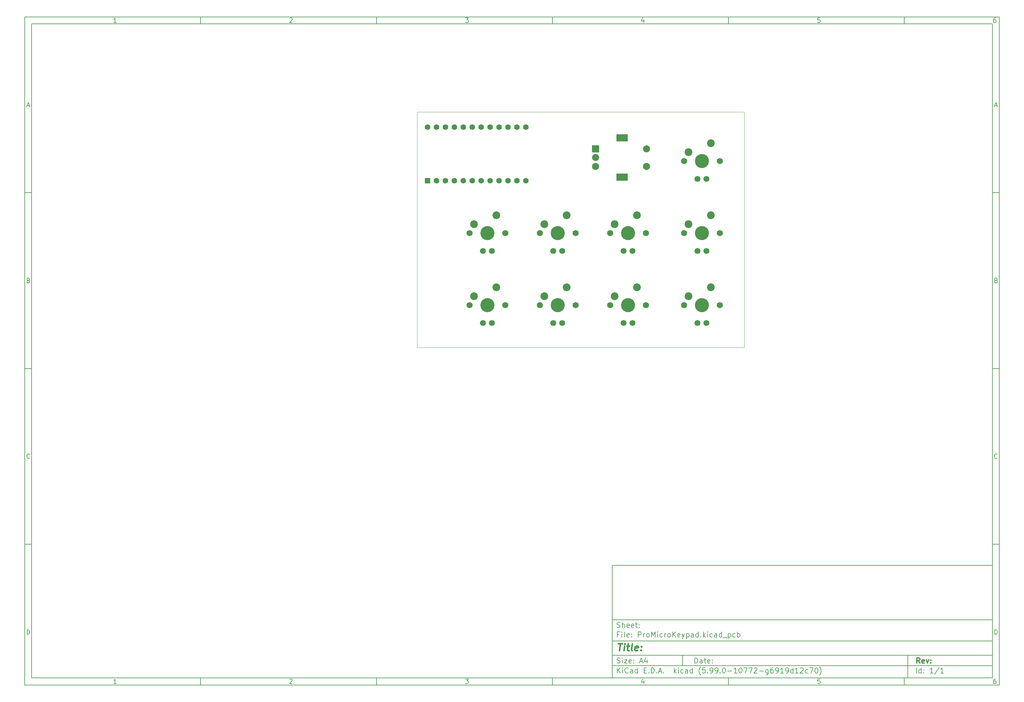
<source format=gbr>
%TF.GenerationSoftware,KiCad,Pcbnew,(5.99.0-10772-g6919d12c70)*%
%TF.CreationDate,2021-08-04T17:25:00+12:00*%
%TF.ProjectId,ProMicroKeypad,50726f4d-6963-4726-9f4b-65797061642e,rev?*%
%TF.SameCoordinates,Original*%
%TF.FileFunction,Soldermask,Bot*%
%TF.FilePolarity,Negative*%
%FSLAX46Y46*%
G04 Gerber Fmt 4.6, Leading zero omitted, Abs format (unit mm)*
G04 Created by KiCad (PCBNEW (5.99.0-10772-g6919d12c70)) date 2021-08-04 17:25:00*
%MOMM*%
%LPD*%
G01*
G04 APERTURE LIST*
%ADD10C,0.100000*%
%ADD11C,0.150000*%
%ADD12C,0.300000*%
%ADD13C,0.400000*%
%TA.AperFunction,Profile*%
%ADD14C,0.100000*%
%TD*%
%ADD15C,1.750000*%
%ADD16C,4.000000*%
%ADD17C,2.200000*%
%ADD18C,1.690600*%
%ADD19R,1.600000X1.600000*%
%ADD20C,1.600000*%
%ADD21R,2.000000X2.000000*%
%ADD22C,2.000000*%
%ADD23R,3.200000X2.000000*%
G04 APERTURE END LIST*
D10*
D11*
X177002200Y-166007200D02*
X177002200Y-198007200D01*
X285002200Y-198007200D01*
X285002200Y-166007200D01*
X177002200Y-166007200D01*
D10*
D11*
X10000000Y-10000000D02*
X10000000Y-200007200D01*
X287002200Y-200007200D01*
X287002200Y-10000000D01*
X10000000Y-10000000D01*
D10*
D11*
X12000000Y-12000000D02*
X12000000Y-198007200D01*
X285002200Y-198007200D01*
X285002200Y-12000000D01*
X12000000Y-12000000D01*
D10*
D11*
X60000000Y-12000000D02*
X60000000Y-10000000D01*
D10*
D11*
X110000000Y-12000000D02*
X110000000Y-10000000D01*
D10*
D11*
X160000000Y-12000000D02*
X160000000Y-10000000D01*
D10*
D11*
X210000000Y-12000000D02*
X210000000Y-10000000D01*
D10*
D11*
X260000000Y-12000000D02*
X260000000Y-10000000D01*
D10*
D11*
X36065476Y-11588095D02*
X35322619Y-11588095D01*
X35694047Y-11588095D02*
X35694047Y-10288095D01*
X35570238Y-10473809D01*
X35446428Y-10597619D01*
X35322619Y-10659523D01*
D10*
D11*
X85322619Y-10411904D02*
X85384523Y-10350000D01*
X85508333Y-10288095D01*
X85817857Y-10288095D01*
X85941666Y-10350000D01*
X86003571Y-10411904D01*
X86065476Y-10535714D01*
X86065476Y-10659523D01*
X86003571Y-10845238D01*
X85260714Y-11588095D01*
X86065476Y-11588095D01*
D10*
D11*
X135260714Y-10288095D02*
X136065476Y-10288095D01*
X135632142Y-10783333D01*
X135817857Y-10783333D01*
X135941666Y-10845238D01*
X136003571Y-10907142D01*
X136065476Y-11030952D01*
X136065476Y-11340476D01*
X136003571Y-11464285D01*
X135941666Y-11526190D01*
X135817857Y-11588095D01*
X135446428Y-11588095D01*
X135322619Y-11526190D01*
X135260714Y-11464285D01*
D10*
D11*
X185941666Y-10721428D02*
X185941666Y-11588095D01*
X185632142Y-10226190D02*
X185322619Y-11154761D01*
X186127380Y-11154761D01*
D10*
D11*
X236003571Y-10288095D02*
X235384523Y-10288095D01*
X235322619Y-10907142D01*
X235384523Y-10845238D01*
X235508333Y-10783333D01*
X235817857Y-10783333D01*
X235941666Y-10845238D01*
X236003571Y-10907142D01*
X236065476Y-11030952D01*
X236065476Y-11340476D01*
X236003571Y-11464285D01*
X235941666Y-11526190D01*
X235817857Y-11588095D01*
X235508333Y-11588095D01*
X235384523Y-11526190D01*
X235322619Y-11464285D01*
D10*
D11*
X285941666Y-10288095D02*
X285694047Y-10288095D01*
X285570238Y-10350000D01*
X285508333Y-10411904D01*
X285384523Y-10597619D01*
X285322619Y-10845238D01*
X285322619Y-11340476D01*
X285384523Y-11464285D01*
X285446428Y-11526190D01*
X285570238Y-11588095D01*
X285817857Y-11588095D01*
X285941666Y-11526190D01*
X286003571Y-11464285D01*
X286065476Y-11340476D01*
X286065476Y-11030952D01*
X286003571Y-10907142D01*
X285941666Y-10845238D01*
X285817857Y-10783333D01*
X285570238Y-10783333D01*
X285446428Y-10845238D01*
X285384523Y-10907142D01*
X285322619Y-11030952D01*
D10*
D11*
X60000000Y-198007200D02*
X60000000Y-200007200D01*
D10*
D11*
X110000000Y-198007200D02*
X110000000Y-200007200D01*
D10*
D11*
X160000000Y-198007200D02*
X160000000Y-200007200D01*
D10*
D11*
X210000000Y-198007200D02*
X210000000Y-200007200D01*
D10*
D11*
X260000000Y-198007200D02*
X260000000Y-200007200D01*
D10*
D11*
X36065476Y-199595295D02*
X35322619Y-199595295D01*
X35694047Y-199595295D02*
X35694047Y-198295295D01*
X35570238Y-198481009D01*
X35446428Y-198604819D01*
X35322619Y-198666723D01*
D10*
D11*
X85322619Y-198419104D02*
X85384523Y-198357200D01*
X85508333Y-198295295D01*
X85817857Y-198295295D01*
X85941666Y-198357200D01*
X86003571Y-198419104D01*
X86065476Y-198542914D01*
X86065476Y-198666723D01*
X86003571Y-198852438D01*
X85260714Y-199595295D01*
X86065476Y-199595295D01*
D10*
D11*
X135260714Y-198295295D02*
X136065476Y-198295295D01*
X135632142Y-198790533D01*
X135817857Y-198790533D01*
X135941666Y-198852438D01*
X136003571Y-198914342D01*
X136065476Y-199038152D01*
X136065476Y-199347676D01*
X136003571Y-199471485D01*
X135941666Y-199533390D01*
X135817857Y-199595295D01*
X135446428Y-199595295D01*
X135322619Y-199533390D01*
X135260714Y-199471485D01*
D10*
D11*
X185941666Y-198728628D02*
X185941666Y-199595295D01*
X185632142Y-198233390D02*
X185322619Y-199161961D01*
X186127380Y-199161961D01*
D10*
D11*
X236003571Y-198295295D02*
X235384523Y-198295295D01*
X235322619Y-198914342D01*
X235384523Y-198852438D01*
X235508333Y-198790533D01*
X235817857Y-198790533D01*
X235941666Y-198852438D01*
X236003571Y-198914342D01*
X236065476Y-199038152D01*
X236065476Y-199347676D01*
X236003571Y-199471485D01*
X235941666Y-199533390D01*
X235817857Y-199595295D01*
X235508333Y-199595295D01*
X235384523Y-199533390D01*
X235322619Y-199471485D01*
D10*
D11*
X285941666Y-198295295D02*
X285694047Y-198295295D01*
X285570238Y-198357200D01*
X285508333Y-198419104D01*
X285384523Y-198604819D01*
X285322619Y-198852438D01*
X285322619Y-199347676D01*
X285384523Y-199471485D01*
X285446428Y-199533390D01*
X285570238Y-199595295D01*
X285817857Y-199595295D01*
X285941666Y-199533390D01*
X286003571Y-199471485D01*
X286065476Y-199347676D01*
X286065476Y-199038152D01*
X286003571Y-198914342D01*
X285941666Y-198852438D01*
X285817857Y-198790533D01*
X285570238Y-198790533D01*
X285446428Y-198852438D01*
X285384523Y-198914342D01*
X285322619Y-199038152D01*
D10*
D11*
X10000000Y-60000000D02*
X12000000Y-60000000D01*
D10*
D11*
X10000000Y-110000000D02*
X12000000Y-110000000D01*
D10*
D11*
X10000000Y-160000000D02*
X12000000Y-160000000D01*
D10*
D11*
X10690476Y-35216666D02*
X11309523Y-35216666D01*
X10566666Y-35588095D02*
X11000000Y-34288095D01*
X11433333Y-35588095D01*
D10*
D11*
X11092857Y-84907142D02*
X11278571Y-84969047D01*
X11340476Y-85030952D01*
X11402380Y-85154761D01*
X11402380Y-85340476D01*
X11340476Y-85464285D01*
X11278571Y-85526190D01*
X11154761Y-85588095D01*
X10659523Y-85588095D01*
X10659523Y-84288095D01*
X11092857Y-84288095D01*
X11216666Y-84350000D01*
X11278571Y-84411904D01*
X11340476Y-84535714D01*
X11340476Y-84659523D01*
X11278571Y-84783333D01*
X11216666Y-84845238D01*
X11092857Y-84907142D01*
X10659523Y-84907142D01*
D10*
D11*
X11402380Y-135464285D02*
X11340476Y-135526190D01*
X11154761Y-135588095D01*
X11030952Y-135588095D01*
X10845238Y-135526190D01*
X10721428Y-135402380D01*
X10659523Y-135278571D01*
X10597619Y-135030952D01*
X10597619Y-134845238D01*
X10659523Y-134597619D01*
X10721428Y-134473809D01*
X10845238Y-134350000D01*
X11030952Y-134288095D01*
X11154761Y-134288095D01*
X11340476Y-134350000D01*
X11402380Y-134411904D01*
D10*
D11*
X10659523Y-185588095D02*
X10659523Y-184288095D01*
X10969047Y-184288095D01*
X11154761Y-184350000D01*
X11278571Y-184473809D01*
X11340476Y-184597619D01*
X11402380Y-184845238D01*
X11402380Y-185030952D01*
X11340476Y-185278571D01*
X11278571Y-185402380D01*
X11154761Y-185526190D01*
X10969047Y-185588095D01*
X10659523Y-185588095D01*
D10*
D11*
X287002200Y-60000000D02*
X285002200Y-60000000D01*
D10*
D11*
X287002200Y-110000000D02*
X285002200Y-110000000D01*
D10*
D11*
X287002200Y-160000000D02*
X285002200Y-160000000D01*
D10*
D11*
X285692676Y-35216666D02*
X286311723Y-35216666D01*
X285568866Y-35588095D02*
X286002200Y-34288095D01*
X286435533Y-35588095D01*
D10*
D11*
X286095057Y-84907142D02*
X286280771Y-84969047D01*
X286342676Y-85030952D01*
X286404580Y-85154761D01*
X286404580Y-85340476D01*
X286342676Y-85464285D01*
X286280771Y-85526190D01*
X286156961Y-85588095D01*
X285661723Y-85588095D01*
X285661723Y-84288095D01*
X286095057Y-84288095D01*
X286218866Y-84350000D01*
X286280771Y-84411904D01*
X286342676Y-84535714D01*
X286342676Y-84659523D01*
X286280771Y-84783333D01*
X286218866Y-84845238D01*
X286095057Y-84907142D01*
X285661723Y-84907142D01*
D10*
D11*
X286404580Y-135464285D02*
X286342676Y-135526190D01*
X286156961Y-135588095D01*
X286033152Y-135588095D01*
X285847438Y-135526190D01*
X285723628Y-135402380D01*
X285661723Y-135278571D01*
X285599819Y-135030952D01*
X285599819Y-134845238D01*
X285661723Y-134597619D01*
X285723628Y-134473809D01*
X285847438Y-134350000D01*
X286033152Y-134288095D01*
X286156961Y-134288095D01*
X286342676Y-134350000D01*
X286404580Y-134411904D01*
D10*
D11*
X285661723Y-185588095D02*
X285661723Y-184288095D01*
X285971247Y-184288095D01*
X286156961Y-184350000D01*
X286280771Y-184473809D01*
X286342676Y-184597619D01*
X286404580Y-184845238D01*
X286404580Y-185030952D01*
X286342676Y-185278571D01*
X286280771Y-185402380D01*
X286156961Y-185526190D01*
X285971247Y-185588095D01*
X285661723Y-185588095D01*
D10*
D11*
X200434342Y-193785771D02*
X200434342Y-192285771D01*
X200791485Y-192285771D01*
X201005771Y-192357200D01*
X201148628Y-192500057D01*
X201220057Y-192642914D01*
X201291485Y-192928628D01*
X201291485Y-193142914D01*
X201220057Y-193428628D01*
X201148628Y-193571485D01*
X201005771Y-193714342D01*
X200791485Y-193785771D01*
X200434342Y-193785771D01*
X202577200Y-193785771D02*
X202577200Y-193000057D01*
X202505771Y-192857200D01*
X202362914Y-192785771D01*
X202077200Y-192785771D01*
X201934342Y-192857200D01*
X202577200Y-193714342D02*
X202434342Y-193785771D01*
X202077200Y-193785771D01*
X201934342Y-193714342D01*
X201862914Y-193571485D01*
X201862914Y-193428628D01*
X201934342Y-193285771D01*
X202077200Y-193214342D01*
X202434342Y-193214342D01*
X202577200Y-193142914D01*
X203077200Y-192785771D02*
X203648628Y-192785771D01*
X203291485Y-192285771D02*
X203291485Y-193571485D01*
X203362914Y-193714342D01*
X203505771Y-193785771D01*
X203648628Y-193785771D01*
X204720057Y-193714342D02*
X204577200Y-193785771D01*
X204291485Y-193785771D01*
X204148628Y-193714342D01*
X204077200Y-193571485D01*
X204077200Y-193000057D01*
X204148628Y-192857200D01*
X204291485Y-192785771D01*
X204577200Y-192785771D01*
X204720057Y-192857200D01*
X204791485Y-193000057D01*
X204791485Y-193142914D01*
X204077200Y-193285771D01*
X205434342Y-193642914D02*
X205505771Y-193714342D01*
X205434342Y-193785771D01*
X205362914Y-193714342D01*
X205434342Y-193642914D01*
X205434342Y-193785771D01*
X205434342Y-192857200D02*
X205505771Y-192928628D01*
X205434342Y-193000057D01*
X205362914Y-192928628D01*
X205434342Y-192857200D01*
X205434342Y-193000057D01*
D10*
D11*
X177002200Y-194507200D02*
X285002200Y-194507200D01*
D10*
D11*
X178434342Y-196585771D02*
X178434342Y-195085771D01*
X179291485Y-196585771D02*
X178648628Y-195728628D01*
X179291485Y-195085771D02*
X178434342Y-195942914D01*
X179934342Y-196585771D02*
X179934342Y-195585771D01*
X179934342Y-195085771D02*
X179862914Y-195157200D01*
X179934342Y-195228628D01*
X180005771Y-195157200D01*
X179934342Y-195085771D01*
X179934342Y-195228628D01*
X181505771Y-196442914D02*
X181434342Y-196514342D01*
X181220057Y-196585771D01*
X181077200Y-196585771D01*
X180862914Y-196514342D01*
X180720057Y-196371485D01*
X180648628Y-196228628D01*
X180577200Y-195942914D01*
X180577200Y-195728628D01*
X180648628Y-195442914D01*
X180720057Y-195300057D01*
X180862914Y-195157200D01*
X181077200Y-195085771D01*
X181220057Y-195085771D01*
X181434342Y-195157200D01*
X181505771Y-195228628D01*
X182791485Y-196585771D02*
X182791485Y-195800057D01*
X182720057Y-195657200D01*
X182577200Y-195585771D01*
X182291485Y-195585771D01*
X182148628Y-195657200D01*
X182791485Y-196514342D02*
X182648628Y-196585771D01*
X182291485Y-196585771D01*
X182148628Y-196514342D01*
X182077200Y-196371485D01*
X182077200Y-196228628D01*
X182148628Y-196085771D01*
X182291485Y-196014342D01*
X182648628Y-196014342D01*
X182791485Y-195942914D01*
X184148628Y-196585771D02*
X184148628Y-195085771D01*
X184148628Y-196514342D02*
X184005771Y-196585771D01*
X183720057Y-196585771D01*
X183577200Y-196514342D01*
X183505771Y-196442914D01*
X183434342Y-196300057D01*
X183434342Y-195871485D01*
X183505771Y-195728628D01*
X183577200Y-195657200D01*
X183720057Y-195585771D01*
X184005771Y-195585771D01*
X184148628Y-195657200D01*
X186005771Y-195800057D02*
X186505771Y-195800057D01*
X186720057Y-196585771D02*
X186005771Y-196585771D01*
X186005771Y-195085771D01*
X186720057Y-195085771D01*
X187362914Y-196442914D02*
X187434342Y-196514342D01*
X187362914Y-196585771D01*
X187291485Y-196514342D01*
X187362914Y-196442914D01*
X187362914Y-196585771D01*
X188077200Y-196585771D02*
X188077200Y-195085771D01*
X188434342Y-195085771D01*
X188648628Y-195157200D01*
X188791485Y-195300057D01*
X188862914Y-195442914D01*
X188934342Y-195728628D01*
X188934342Y-195942914D01*
X188862914Y-196228628D01*
X188791485Y-196371485D01*
X188648628Y-196514342D01*
X188434342Y-196585771D01*
X188077200Y-196585771D01*
X189577200Y-196442914D02*
X189648628Y-196514342D01*
X189577200Y-196585771D01*
X189505771Y-196514342D01*
X189577200Y-196442914D01*
X189577200Y-196585771D01*
X190220057Y-196157200D02*
X190934342Y-196157200D01*
X190077200Y-196585771D02*
X190577200Y-195085771D01*
X191077200Y-196585771D01*
X191577200Y-196442914D02*
X191648628Y-196514342D01*
X191577200Y-196585771D01*
X191505771Y-196514342D01*
X191577200Y-196442914D01*
X191577200Y-196585771D01*
X194577200Y-196585771D02*
X194577200Y-195085771D01*
X194720057Y-196014342D02*
X195148628Y-196585771D01*
X195148628Y-195585771D02*
X194577200Y-196157200D01*
X195791485Y-196585771D02*
X195791485Y-195585771D01*
X195791485Y-195085771D02*
X195720057Y-195157200D01*
X195791485Y-195228628D01*
X195862914Y-195157200D01*
X195791485Y-195085771D01*
X195791485Y-195228628D01*
X197148628Y-196514342D02*
X197005771Y-196585771D01*
X196720057Y-196585771D01*
X196577200Y-196514342D01*
X196505771Y-196442914D01*
X196434342Y-196300057D01*
X196434342Y-195871485D01*
X196505771Y-195728628D01*
X196577200Y-195657200D01*
X196720057Y-195585771D01*
X197005771Y-195585771D01*
X197148628Y-195657200D01*
X198434342Y-196585771D02*
X198434342Y-195800057D01*
X198362914Y-195657200D01*
X198220057Y-195585771D01*
X197934342Y-195585771D01*
X197791485Y-195657200D01*
X198434342Y-196514342D02*
X198291485Y-196585771D01*
X197934342Y-196585771D01*
X197791485Y-196514342D01*
X197720057Y-196371485D01*
X197720057Y-196228628D01*
X197791485Y-196085771D01*
X197934342Y-196014342D01*
X198291485Y-196014342D01*
X198434342Y-195942914D01*
X199791485Y-196585771D02*
X199791485Y-195085771D01*
X199791485Y-196514342D02*
X199648628Y-196585771D01*
X199362914Y-196585771D01*
X199220057Y-196514342D01*
X199148628Y-196442914D01*
X199077200Y-196300057D01*
X199077200Y-195871485D01*
X199148628Y-195728628D01*
X199220057Y-195657200D01*
X199362914Y-195585771D01*
X199648628Y-195585771D01*
X199791485Y-195657200D01*
X202077200Y-197157200D02*
X202005771Y-197085771D01*
X201862914Y-196871485D01*
X201791485Y-196728628D01*
X201720057Y-196514342D01*
X201648628Y-196157200D01*
X201648628Y-195871485D01*
X201720057Y-195514342D01*
X201791485Y-195300057D01*
X201862914Y-195157200D01*
X202005771Y-194942914D01*
X202077200Y-194871485D01*
X203362914Y-195085771D02*
X202648628Y-195085771D01*
X202577200Y-195800057D01*
X202648628Y-195728628D01*
X202791485Y-195657200D01*
X203148628Y-195657200D01*
X203291485Y-195728628D01*
X203362914Y-195800057D01*
X203434342Y-195942914D01*
X203434342Y-196300057D01*
X203362914Y-196442914D01*
X203291485Y-196514342D01*
X203148628Y-196585771D01*
X202791485Y-196585771D01*
X202648628Y-196514342D01*
X202577200Y-196442914D01*
X204077200Y-196442914D02*
X204148628Y-196514342D01*
X204077200Y-196585771D01*
X204005771Y-196514342D01*
X204077200Y-196442914D01*
X204077200Y-196585771D01*
X204862914Y-196585771D02*
X205148628Y-196585771D01*
X205291485Y-196514342D01*
X205362914Y-196442914D01*
X205505771Y-196228628D01*
X205577200Y-195942914D01*
X205577200Y-195371485D01*
X205505771Y-195228628D01*
X205434342Y-195157200D01*
X205291485Y-195085771D01*
X205005771Y-195085771D01*
X204862914Y-195157200D01*
X204791485Y-195228628D01*
X204720057Y-195371485D01*
X204720057Y-195728628D01*
X204791485Y-195871485D01*
X204862914Y-195942914D01*
X205005771Y-196014342D01*
X205291485Y-196014342D01*
X205434342Y-195942914D01*
X205505771Y-195871485D01*
X205577200Y-195728628D01*
X206291485Y-196585771D02*
X206577200Y-196585771D01*
X206720057Y-196514342D01*
X206791485Y-196442914D01*
X206934342Y-196228628D01*
X207005771Y-195942914D01*
X207005771Y-195371485D01*
X206934342Y-195228628D01*
X206862914Y-195157200D01*
X206720057Y-195085771D01*
X206434342Y-195085771D01*
X206291485Y-195157200D01*
X206220057Y-195228628D01*
X206148628Y-195371485D01*
X206148628Y-195728628D01*
X206220057Y-195871485D01*
X206291485Y-195942914D01*
X206434342Y-196014342D01*
X206720057Y-196014342D01*
X206862914Y-195942914D01*
X206934342Y-195871485D01*
X207005771Y-195728628D01*
X207648628Y-196442914D02*
X207720057Y-196514342D01*
X207648628Y-196585771D01*
X207577200Y-196514342D01*
X207648628Y-196442914D01*
X207648628Y-196585771D01*
X208648628Y-195085771D02*
X208791485Y-195085771D01*
X208934342Y-195157200D01*
X209005771Y-195228628D01*
X209077200Y-195371485D01*
X209148628Y-195657200D01*
X209148628Y-196014342D01*
X209077200Y-196300057D01*
X209005771Y-196442914D01*
X208934342Y-196514342D01*
X208791485Y-196585771D01*
X208648628Y-196585771D01*
X208505771Y-196514342D01*
X208434342Y-196442914D01*
X208362914Y-196300057D01*
X208291485Y-196014342D01*
X208291485Y-195657200D01*
X208362914Y-195371485D01*
X208434342Y-195228628D01*
X208505771Y-195157200D01*
X208648628Y-195085771D01*
X209791485Y-196014342D02*
X210934342Y-196014342D01*
X212434342Y-196585771D02*
X211577200Y-196585771D01*
X212005771Y-196585771D02*
X212005771Y-195085771D01*
X211862914Y-195300057D01*
X211720057Y-195442914D01*
X211577200Y-195514342D01*
X213362914Y-195085771D02*
X213505771Y-195085771D01*
X213648628Y-195157200D01*
X213720057Y-195228628D01*
X213791485Y-195371485D01*
X213862914Y-195657200D01*
X213862914Y-196014342D01*
X213791485Y-196300057D01*
X213720057Y-196442914D01*
X213648628Y-196514342D01*
X213505771Y-196585771D01*
X213362914Y-196585771D01*
X213220057Y-196514342D01*
X213148628Y-196442914D01*
X213077200Y-196300057D01*
X213005771Y-196014342D01*
X213005771Y-195657200D01*
X213077200Y-195371485D01*
X213148628Y-195228628D01*
X213220057Y-195157200D01*
X213362914Y-195085771D01*
X214362914Y-195085771D02*
X215362914Y-195085771D01*
X214720057Y-196585771D01*
X215791485Y-195085771D02*
X216791485Y-195085771D01*
X216148628Y-196585771D01*
X217291485Y-195228628D02*
X217362914Y-195157200D01*
X217505771Y-195085771D01*
X217862914Y-195085771D01*
X218005771Y-195157200D01*
X218077200Y-195228628D01*
X218148628Y-195371485D01*
X218148628Y-195514342D01*
X218077200Y-195728628D01*
X217220057Y-196585771D01*
X218148628Y-196585771D01*
X218791485Y-196014342D02*
X219934342Y-196014342D01*
X221291485Y-195585771D02*
X221291485Y-196800057D01*
X221220057Y-196942914D01*
X221148628Y-197014342D01*
X221005771Y-197085771D01*
X220791485Y-197085771D01*
X220648628Y-197014342D01*
X221291485Y-196514342D02*
X221148628Y-196585771D01*
X220862914Y-196585771D01*
X220720057Y-196514342D01*
X220648628Y-196442914D01*
X220577200Y-196300057D01*
X220577200Y-195871485D01*
X220648628Y-195728628D01*
X220720057Y-195657200D01*
X220862914Y-195585771D01*
X221148628Y-195585771D01*
X221291485Y-195657200D01*
X222648628Y-195085771D02*
X222362914Y-195085771D01*
X222220057Y-195157200D01*
X222148628Y-195228628D01*
X222005771Y-195442914D01*
X221934342Y-195728628D01*
X221934342Y-196300057D01*
X222005771Y-196442914D01*
X222077200Y-196514342D01*
X222220057Y-196585771D01*
X222505771Y-196585771D01*
X222648628Y-196514342D01*
X222720057Y-196442914D01*
X222791485Y-196300057D01*
X222791485Y-195942914D01*
X222720057Y-195800057D01*
X222648628Y-195728628D01*
X222505771Y-195657200D01*
X222220057Y-195657200D01*
X222077200Y-195728628D01*
X222005771Y-195800057D01*
X221934342Y-195942914D01*
X223505771Y-196585771D02*
X223791485Y-196585771D01*
X223934342Y-196514342D01*
X224005771Y-196442914D01*
X224148628Y-196228628D01*
X224220057Y-195942914D01*
X224220057Y-195371485D01*
X224148628Y-195228628D01*
X224077200Y-195157200D01*
X223934342Y-195085771D01*
X223648628Y-195085771D01*
X223505771Y-195157200D01*
X223434342Y-195228628D01*
X223362914Y-195371485D01*
X223362914Y-195728628D01*
X223434342Y-195871485D01*
X223505771Y-195942914D01*
X223648628Y-196014342D01*
X223934342Y-196014342D01*
X224077200Y-195942914D01*
X224148628Y-195871485D01*
X224220057Y-195728628D01*
X225648628Y-196585771D02*
X224791485Y-196585771D01*
X225220057Y-196585771D02*
X225220057Y-195085771D01*
X225077200Y-195300057D01*
X224934342Y-195442914D01*
X224791485Y-195514342D01*
X226362914Y-196585771D02*
X226648628Y-196585771D01*
X226791485Y-196514342D01*
X226862914Y-196442914D01*
X227005771Y-196228628D01*
X227077199Y-195942914D01*
X227077199Y-195371485D01*
X227005771Y-195228628D01*
X226934342Y-195157200D01*
X226791485Y-195085771D01*
X226505771Y-195085771D01*
X226362914Y-195157200D01*
X226291485Y-195228628D01*
X226220057Y-195371485D01*
X226220057Y-195728628D01*
X226291485Y-195871485D01*
X226362914Y-195942914D01*
X226505771Y-196014342D01*
X226791485Y-196014342D01*
X226934342Y-195942914D01*
X227005771Y-195871485D01*
X227077199Y-195728628D01*
X228362914Y-196585771D02*
X228362914Y-195085771D01*
X228362914Y-196514342D02*
X228220057Y-196585771D01*
X227934342Y-196585771D01*
X227791485Y-196514342D01*
X227720057Y-196442914D01*
X227648628Y-196300057D01*
X227648628Y-195871485D01*
X227720057Y-195728628D01*
X227791485Y-195657200D01*
X227934342Y-195585771D01*
X228220057Y-195585771D01*
X228362914Y-195657200D01*
X229862914Y-196585771D02*
X229005771Y-196585771D01*
X229434342Y-196585771D02*
X229434342Y-195085771D01*
X229291485Y-195300057D01*
X229148628Y-195442914D01*
X229005771Y-195514342D01*
X230434342Y-195228628D02*
X230505771Y-195157200D01*
X230648628Y-195085771D01*
X231005771Y-195085771D01*
X231148628Y-195157200D01*
X231220057Y-195228628D01*
X231291485Y-195371485D01*
X231291485Y-195514342D01*
X231220057Y-195728628D01*
X230362914Y-196585771D01*
X231291485Y-196585771D01*
X232577199Y-196514342D02*
X232434342Y-196585771D01*
X232148628Y-196585771D01*
X232005771Y-196514342D01*
X231934342Y-196442914D01*
X231862914Y-196300057D01*
X231862914Y-195871485D01*
X231934342Y-195728628D01*
X232005771Y-195657200D01*
X232148628Y-195585771D01*
X232434342Y-195585771D01*
X232577199Y-195657200D01*
X233077199Y-195085771D02*
X234077199Y-195085771D01*
X233434342Y-196585771D01*
X234934342Y-195085771D02*
X235077199Y-195085771D01*
X235220057Y-195157200D01*
X235291485Y-195228628D01*
X235362914Y-195371485D01*
X235434342Y-195657200D01*
X235434342Y-196014342D01*
X235362914Y-196300057D01*
X235291485Y-196442914D01*
X235220057Y-196514342D01*
X235077199Y-196585771D01*
X234934342Y-196585771D01*
X234791485Y-196514342D01*
X234720057Y-196442914D01*
X234648628Y-196300057D01*
X234577199Y-196014342D01*
X234577199Y-195657200D01*
X234648628Y-195371485D01*
X234720057Y-195228628D01*
X234791485Y-195157200D01*
X234934342Y-195085771D01*
X235934342Y-197157200D02*
X236005771Y-197085771D01*
X236148628Y-196871485D01*
X236220057Y-196728628D01*
X236291485Y-196514342D01*
X236362914Y-196157200D01*
X236362914Y-195871485D01*
X236291485Y-195514342D01*
X236220057Y-195300057D01*
X236148628Y-195157200D01*
X236005771Y-194942914D01*
X235934342Y-194871485D01*
D10*
D11*
X177002200Y-191507200D02*
X285002200Y-191507200D01*
D10*
D12*
X264411485Y-193785771D02*
X263911485Y-193071485D01*
X263554342Y-193785771D02*
X263554342Y-192285771D01*
X264125771Y-192285771D01*
X264268628Y-192357200D01*
X264340057Y-192428628D01*
X264411485Y-192571485D01*
X264411485Y-192785771D01*
X264340057Y-192928628D01*
X264268628Y-193000057D01*
X264125771Y-193071485D01*
X263554342Y-193071485D01*
X265625771Y-193714342D02*
X265482914Y-193785771D01*
X265197200Y-193785771D01*
X265054342Y-193714342D01*
X264982914Y-193571485D01*
X264982914Y-193000057D01*
X265054342Y-192857200D01*
X265197200Y-192785771D01*
X265482914Y-192785771D01*
X265625771Y-192857200D01*
X265697200Y-193000057D01*
X265697200Y-193142914D01*
X264982914Y-193285771D01*
X266197200Y-192785771D02*
X266554342Y-193785771D01*
X266911485Y-192785771D01*
X267482914Y-193642914D02*
X267554342Y-193714342D01*
X267482914Y-193785771D01*
X267411485Y-193714342D01*
X267482914Y-193642914D01*
X267482914Y-193785771D01*
X267482914Y-192857200D02*
X267554342Y-192928628D01*
X267482914Y-193000057D01*
X267411485Y-192928628D01*
X267482914Y-192857200D01*
X267482914Y-193000057D01*
D10*
D11*
X178362914Y-193714342D02*
X178577200Y-193785771D01*
X178934342Y-193785771D01*
X179077200Y-193714342D01*
X179148628Y-193642914D01*
X179220057Y-193500057D01*
X179220057Y-193357200D01*
X179148628Y-193214342D01*
X179077200Y-193142914D01*
X178934342Y-193071485D01*
X178648628Y-193000057D01*
X178505771Y-192928628D01*
X178434342Y-192857200D01*
X178362914Y-192714342D01*
X178362914Y-192571485D01*
X178434342Y-192428628D01*
X178505771Y-192357200D01*
X178648628Y-192285771D01*
X179005771Y-192285771D01*
X179220057Y-192357200D01*
X179862914Y-193785771D02*
X179862914Y-192785771D01*
X179862914Y-192285771D02*
X179791485Y-192357200D01*
X179862914Y-192428628D01*
X179934342Y-192357200D01*
X179862914Y-192285771D01*
X179862914Y-192428628D01*
X180434342Y-192785771D02*
X181220057Y-192785771D01*
X180434342Y-193785771D01*
X181220057Y-193785771D01*
X182362914Y-193714342D02*
X182220057Y-193785771D01*
X181934342Y-193785771D01*
X181791485Y-193714342D01*
X181720057Y-193571485D01*
X181720057Y-193000057D01*
X181791485Y-192857200D01*
X181934342Y-192785771D01*
X182220057Y-192785771D01*
X182362914Y-192857200D01*
X182434342Y-193000057D01*
X182434342Y-193142914D01*
X181720057Y-193285771D01*
X183077200Y-193642914D02*
X183148628Y-193714342D01*
X183077200Y-193785771D01*
X183005771Y-193714342D01*
X183077200Y-193642914D01*
X183077200Y-193785771D01*
X183077200Y-192857200D02*
X183148628Y-192928628D01*
X183077200Y-193000057D01*
X183005771Y-192928628D01*
X183077200Y-192857200D01*
X183077200Y-193000057D01*
X184862914Y-193357200D02*
X185577200Y-193357200D01*
X184720057Y-193785771D02*
X185220057Y-192285771D01*
X185720057Y-193785771D01*
X186862914Y-192785771D02*
X186862914Y-193785771D01*
X186505771Y-192214342D02*
X186148628Y-193285771D01*
X187077200Y-193285771D01*
D10*
D11*
X263434342Y-196585771D02*
X263434342Y-195085771D01*
X264791485Y-196585771D02*
X264791485Y-195085771D01*
X264791485Y-196514342D02*
X264648628Y-196585771D01*
X264362914Y-196585771D01*
X264220057Y-196514342D01*
X264148628Y-196442914D01*
X264077200Y-196300057D01*
X264077200Y-195871485D01*
X264148628Y-195728628D01*
X264220057Y-195657200D01*
X264362914Y-195585771D01*
X264648628Y-195585771D01*
X264791485Y-195657200D01*
X265505771Y-196442914D02*
X265577200Y-196514342D01*
X265505771Y-196585771D01*
X265434342Y-196514342D01*
X265505771Y-196442914D01*
X265505771Y-196585771D01*
X265505771Y-195657200D02*
X265577200Y-195728628D01*
X265505771Y-195800057D01*
X265434342Y-195728628D01*
X265505771Y-195657200D01*
X265505771Y-195800057D01*
X268148628Y-196585771D02*
X267291485Y-196585771D01*
X267720057Y-196585771D02*
X267720057Y-195085771D01*
X267577200Y-195300057D01*
X267434342Y-195442914D01*
X267291485Y-195514342D01*
X269862914Y-195014342D02*
X268577200Y-196942914D01*
X271148628Y-196585771D02*
X270291485Y-196585771D01*
X270720057Y-196585771D02*
X270720057Y-195085771D01*
X270577200Y-195300057D01*
X270434342Y-195442914D01*
X270291485Y-195514342D01*
D10*
D11*
X177002200Y-187507200D02*
X285002200Y-187507200D01*
D10*
D13*
X178714580Y-188211961D02*
X179857438Y-188211961D01*
X179036009Y-190211961D02*
X179286009Y-188211961D01*
X180274104Y-190211961D02*
X180440771Y-188878628D01*
X180524104Y-188211961D02*
X180416961Y-188307200D01*
X180500295Y-188402438D01*
X180607438Y-188307200D01*
X180524104Y-188211961D01*
X180500295Y-188402438D01*
X181107438Y-188878628D02*
X181869342Y-188878628D01*
X181476485Y-188211961D02*
X181262200Y-189926247D01*
X181333628Y-190116723D01*
X181512200Y-190211961D01*
X181702676Y-190211961D01*
X182655057Y-190211961D02*
X182476485Y-190116723D01*
X182405057Y-189926247D01*
X182619342Y-188211961D01*
X184190771Y-190116723D02*
X183988390Y-190211961D01*
X183607438Y-190211961D01*
X183428866Y-190116723D01*
X183357438Y-189926247D01*
X183452676Y-189164342D01*
X183571723Y-188973866D01*
X183774104Y-188878628D01*
X184155057Y-188878628D01*
X184333628Y-188973866D01*
X184405057Y-189164342D01*
X184381247Y-189354819D01*
X183405057Y-189545295D01*
X185155057Y-190021485D02*
X185238390Y-190116723D01*
X185131247Y-190211961D01*
X185047914Y-190116723D01*
X185155057Y-190021485D01*
X185131247Y-190211961D01*
X185286009Y-188973866D02*
X185369342Y-189069104D01*
X185262200Y-189164342D01*
X185178866Y-189069104D01*
X185286009Y-188973866D01*
X185262200Y-189164342D01*
D10*
D11*
X178934342Y-185600057D02*
X178434342Y-185600057D01*
X178434342Y-186385771D02*
X178434342Y-184885771D01*
X179148628Y-184885771D01*
X179720057Y-186385771D02*
X179720057Y-185385771D01*
X179720057Y-184885771D02*
X179648628Y-184957200D01*
X179720057Y-185028628D01*
X179791485Y-184957200D01*
X179720057Y-184885771D01*
X179720057Y-185028628D01*
X180648628Y-186385771D02*
X180505771Y-186314342D01*
X180434342Y-186171485D01*
X180434342Y-184885771D01*
X181791485Y-186314342D02*
X181648628Y-186385771D01*
X181362914Y-186385771D01*
X181220057Y-186314342D01*
X181148628Y-186171485D01*
X181148628Y-185600057D01*
X181220057Y-185457200D01*
X181362914Y-185385771D01*
X181648628Y-185385771D01*
X181791485Y-185457200D01*
X181862914Y-185600057D01*
X181862914Y-185742914D01*
X181148628Y-185885771D01*
X182505771Y-186242914D02*
X182577200Y-186314342D01*
X182505771Y-186385771D01*
X182434342Y-186314342D01*
X182505771Y-186242914D01*
X182505771Y-186385771D01*
X182505771Y-185457200D02*
X182577200Y-185528628D01*
X182505771Y-185600057D01*
X182434342Y-185528628D01*
X182505771Y-185457200D01*
X182505771Y-185600057D01*
X184362914Y-186385771D02*
X184362914Y-184885771D01*
X184934342Y-184885771D01*
X185077200Y-184957200D01*
X185148628Y-185028628D01*
X185220057Y-185171485D01*
X185220057Y-185385771D01*
X185148628Y-185528628D01*
X185077200Y-185600057D01*
X184934342Y-185671485D01*
X184362914Y-185671485D01*
X185862914Y-186385771D02*
X185862914Y-185385771D01*
X185862914Y-185671485D02*
X185934342Y-185528628D01*
X186005771Y-185457200D01*
X186148628Y-185385771D01*
X186291485Y-185385771D01*
X187005771Y-186385771D02*
X186862914Y-186314342D01*
X186791485Y-186242914D01*
X186720057Y-186100057D01*
X186720057Y-185671485D01*
X186791485Y-185528628D01*
X186862914Y-185457200D01*
X187005771Y-185385771D01*
X187220057Y-185385771D01*
X187362914Y-185457200D01*
X187434342Y-185528628D01*
X187505771Y-185671485D01*
X187505771Y-186100057D01*
X187434342Y-186242914D01*
X187362914Y-186314342D01*
X187220057Y-186385771D01*
X187005771Y-186385771D01*
X188148628Y-186385771D02*
X188148628Y-184885771D01*
X188648628Y-185957200D01*
X189148628Y-184885771D01*
X189148628Y-186385771D01*
X189862914Y-186385771D02*
X189862914Y-185385771D01*
X189862914Y-184885771D02*
X189791485Y-184957200D01*
X189862914Y-185028628D01*
X189934342Y-184957200D01*
X189862914Y-184885771D01*
X189862914Y-185028628D01*
X191220057Y-186314342D02*
X191077200Y-186385771D01*
X190791485Y-186385771D01*
X190648628Y-186314342D01*
X190577200Y-186242914D01*
X190505771Y-186100057D01*
X190505771Y-185671485D01*
X190577200Y-185528628D01*
X190648628Y-185457200D01*
X190791485Y-185385771D01*
X191077200Y-185385771D01*
X191220057Y-185457200D01*
X191862914Y-186385771D02*
X191862914Y-185385771D01*
X191862914Y-185671485D02*
X191934342Y-185528628D01*
X192005771Y-185457200D01*
X192148628Y-185385771D01*
X192291485Y-185385771D01*
X193005771Y-186385771D02*
X192862914Y-186314342D01*
X192791485Y-186242914D01*
X192720057Y-186100057D01*
X192720057Y-185671485D01*
X192791485Y-185528628D01*
X192862914Y-185457200D01*
X193005771Y-185385771D01*
X193220057Y-185385771D01*
X193362914Y-185457200D01*
X193434342Y-185528628D01*
X193505771Y-185671485D01*
X193505771Y-186100057D01*
X193434342Y-186242914D01*
X193362914Y-186314342D01*
X193220057Y-186385771D01*
X193005771Y-186385771D01*
X194148628Y-186385771D02*
X194148628Y-184885771D01*
X195005771Y-186385771D02*
X194362914Y-185528628D01*
X195005771Y-184885771D02*
X194148628Y-185742914D01*
X196220057Y-186314342D02*
X196077200Y-186385771D01*
X195791485Y-186385771D01*
X195648628Y-186314342D01*
X195577200Y-186171485D01*
X195577200Y-185600057D01*
X195648628Y-185457200D01*
X195791485Y-185385771D01*
X196077200Y-185385771D01*
X196220057Y-185457200D01*
X196291485Y-185600057D01*
X196291485Y-185742914D01*
X195577200Y-185885771D01*
X196791485Y-185385771D02*
X197148628Y-186385771D01*
X197505771Y-185385771D02*
X197148628Y-186385771D01*
X197005771Y-186742914D01*
X196934342Y-186814342D01*
X196791485Y-186885771D01*
X198077200Y-185385771D02*
X198077200Y-186885771D01*
X198077200Y-185457200D02*
X198220057Y-185385771D01*
X198505771Y-185385771D01*
X198648628Y-185457200D01*
X198720057Y-185528628D01*
X198791485Y-185671485D01*
X198791485Y-186100057D01*
X198720057Y-186242914D01*
X198648628Y-186314342D01*
X198505771Y-186385771D01*
X198220057Y-186385771D01*
X198077200Y-186314342D01*
X200077200Y-186385771D02*
X200077200Y-185600057D01*
X200005771Y-185457200D01*
X199862914Y-185385771D01*
X199577200Y-185385771D01*
X199434342Y-185457200D01*
X200077200Y-186314342D02*
X199934342Y-186385771D01*
X199577200Y-186385771D01*
X199434342Y-186314342D01*
X199362914Y-186171485D01*
X199362914Y-186028628D01*
X199434342Y-185885771D01*
X199577200Y-185814342D01*
X199934342Y-185814342D01*
X200077200Y-185742914D01*
X201434342Y-186385771D02*
X201434342Y-184885771D01*
X201434342Y-186314342D02*
X201291485Y-186385771D01*
X201005771Y-186385771D01*
X200862914Y-186314342D01*
X200791485Y-186242914D01*
X200720057Y-186100057D01*
X200720057Y-185671485D01*
X200791485Y-185528628D01*
X200862914Y-185457200D01*
X201005771Y-185385771D01*
X201291485Y-185385771D01*
X201434342Y-185457200D01*
X202148628Y-186242914D02*
X202220057Y-186314342D01*
X202148628Y-186385771D01*
X202077200Y-186314342D01*
X202148628Y-186242914D01*
X202148628Y-186385771D01*
X202862914Y-186385771D02*
X202862914Y-184885771D01*
X203005771Y-185814342D02*
X203434342Y-186385771D01*
X203434342Y-185385771D02*
X202862914Y-185957200D01*
X204077200Y-186385771D02*
X204077200Y-185385771D01*
X204077200Y-184885771D02*
X204005771Y-184957200D01*
X204077200Y-185028628D01*
X204148628Y-184957200D01*
X204077200Y-184885771D01*
X204077200Y-185028628D01*
X205434342Y-186314342D02*
X205291485Y-186385771D01*
X205005771Y-186385771D01*
X204862914Y-186314342D01*
X204791485Y-186242914D01*
X204720057Y-186100057D01*
X204720057Y-185671485D01*
X204791485Y-185528628D01*
X204862914Y-185457200D01*
X205005771Y-185385771D01*
X205291485Y-185385771D01*
X205434342Y-185457200D01*
X206720057Y-186385771D02*
X206720057Y-185600057D01*
X206648628Y-185457200D01*
X206505771Y-185385771D01*
X206220057Y-185385771D01*
X206077200Y-185457200D01*
X206720057Y-186314342D02*
X206577200Y-186385771D01*
X206220057Y-186385771D01*
X206077200Y-186314342D01*
X206005771Y-186171485D01*
X206005771Y-186028628D01*
X206077200Y-185885771D01*
X206220057Y-185814342D01*
X206577200Y-185814342D01*
X206720057Y-185742914D01*
X208077200Y-186385771D02*
X208077200Y-184885771D01*
X208077200Y-186314342D02*
X207934342Y-186385771D01*
X207648628Y-186385771D01*
X207505771Y-186314342D01*
X207434342Y-186242914D01*
X207362914Y-186100057D01*
X207362914Y-185671485D01*
X207434342Y-185528628D01*
X207505771Y-185457200D01*
X207648628Y-185385771D01*
X207934342Y-185385771D01*
X208077200Y-185457200D01*
X208434342Y-186528628D02*
X209577200Y-186528628D01*
X209934342Y-185385771D02*
X209934342Y-186885771D01*
X209934342Y-185457200D02*
X210077200Y-185385771D01*
X210362914Y-185385771D01*
X210505771Y-185457200D01*
X210577200Y-185528628D01*
X210648628Y-185671485D01*
X210648628Y-186100057D01*
X210577200Y-186242914D01*
X210505771Y-186314342D01*
X210362914Y-186385771D01*
X210077200Y-186385771D01*
X209934342Y-186314342D01*
X211934342Y-186314342D02*
X211791485Y-186385771D01*
X211505771Y-186385771D01*
X211362914Y-186314342D01*
X211291485Y-186242914D01*
X211220057Y-186100057D01*
X211220057Y-185671485D01*
X211291485Y-185528628D01*
X211362914Y-185457200D01*
X211505771Y-185385771D01*
X211791485Y-185385771D01*
X211934342Y-185457200D01*
X212577200Y-186385771D02*
X212577200Y-184885771D01*
X212577200Y-185457200D02*
X212720057Y-185385771D01*
X213005771Y-185385771D01*
X213148628Y-185457200D01*
X213220057Y-185528628D01*
X213291485Y-185671485D01*
X213291485Y-186100057D01*
X213220057Y-186242914D01*
X213148628Y-186314342D01*
X213005771Y-186385771D01*
X212720057Y-186385771D01*
X212577200Y-186314342D01*
D10*
D11*
X177002200Y-181507200D02*
X285002200Y-181507200D01*
D10*
D11*
X178362914Y-183614342D02*
X178577200Y-183685771D01*
X178934342Y-183685771D01*
X179077200Y-183614342D01*
X179148628Y-183542914D01*
X179220057Y-183400057D01*
X179220057Y-183257200D01*
X179148628Y-183114342D01*
X179077200Y-183042914D01*
X178934342Y-182971485D01*
X178648628Y-182900057D01*
X178505771Y-182828628D01*
X178434342Y-182757200D01*
X178362914Y-182614342D01*
X178362914Y-182471485D01*
X178434342Y-182328628D01*
X178505771Y-182257200D01*
X178648628Y-182185771D01*
X179005771Y-182185771D01*
X179220057Y-182257200D01*
X179862914Y-183685771D02*
X179862914Y-182185771D01*
X180505771Y-183685771D02*
X180505771Y-182900057D01*
X180434342Y-182757200D01*
X180291485Y-182685771D01*
X180077200Y-182685771D01*
X179934342Y-182757200D01*
X179862914Y-182828628D01*
X181791485Y-183614342D02*
X181648628Y-183685771D01*
X181362914Y-183685771D01*
X181220057Y-183614342D01*
X181148628Y-183471485D01*
X181148628Y-182900057D01*
X181220057Y-182757200D01*
X181362914Y-182685771D01*
X181648628Y-182685771D01*
X181791485Y-182757200D01*
X181862914Y-182900057D01*
X181862914Y-183042914D01*
X181148628Y-183185771D01*
X183077200Y-183614342D02*
X182934342Y-183685771D01*
X182648628Y-183685771D01*
X182505771Y-183614342D01*
X182434342Y-183471485D01*
X182434342Y-182900057D01*
X182505771Y-182757200D01*
X182648628Y-182685771D01*
X182934342Y-182685771D01*
X183077200Y-182757200D01*
X183148628Y-182900057D01*
X183148628Y-183042914D01*
X182434342Y-183185771D01*
X183577200Y-182685771D02*
X184148628Y-182685771D01*
X183791485Y-182185771D02*
X183791485Y-183471485D01*
X183862914Y-183614342D01*
X184005771Y-183685771D01*
X184148628Y-183685771D01*
X184648628Y-183542914D02*
X184720057Y-183614342D01*
X184648628Y-183685771D01*
X184577200Y-183614342D01*
X184648628Y-183542914D01*
X184648628Y-183685771D01*
X184648628Y-182757200D02*
X184720057Y-182828628D01*
X184648628Y-182900057D01*
X184577200Y-182828628D01*
X184648628Y-182757200D01*
X184648628Y-182900057D01*
D10*
D12*
D10*
D11*
D10*
D11*
D10*
D11*
D10*
D11*
D10*
D11*
X197002200Y-191507200D02*
X197002200Y-194507200D01*
D10*
D11*
X261002200Y-191507200D02*
X261002200Y-198007200D01*
D14*
X121500000Y-37000000D02*
X214500000Y-37000000D01*
X214500000Y-37000000D02*
X214500000Y-104000000D01*
X214500000Y-104000000D02*
X121500000Y-104000000D01*
X121500000Y-104000000D02*
X121500000Y-37000000D01*
D15*
%TO.C,U4*%
X136420000Y-71500000D03*
X146580000Y-71500000D03*
D16*
X141500000Y-71500000D03*
D17*
X137690000Y-68960000D03*
X144040000Y-66420000D03*
D18*
X140230000Y-76580000D03*
X142770000Y-76580000D03*
%TD*%
D16*
%TO.C,U2*%
X161500000Y-92000000D03*
D15*
X166580000Y-92000000D03*
X156420000Y-92000000D03*
D17*
X157690000Y-89460000D03*
X164040000Y-86920000D03*
D18*
X160230000Y-97080000D03*
X162770000Y-97080000D03*
%TD*%
D15*
%TO.C,U3*%
X186580000Y-92000000D03*
X176420000Y-92000000D03*
D16*
X181500000Y-92000000D03*
D17*
X177690000Y-89460000D03*
X184040000Y-86920000D03*
D18*
X180230000Y-97080000D03*
X182770000Y-97080000D03*
%TD*%
D19*
%TO.C,U10*%
X124530000Y-56620000D03*
D20*
X127070000Y-56620000D03*
X129610000Y-56620000D03*
X132150000Y-56620000D03*
X134690000Y-56620000D03*
X137230000Y-56620000D03*
X139770000Y-56620000D03*
X142310000Y-56620000D03*
X144850000Y-56620000D03*
X147390000Y-56620000D03*
X149930000Y-56620000D03*
X152470000Y-56620000D03*
X152470000Y-41380000D03*
X149930000Y-41380000D03*
X147390000Y-41380000D03*
X144850000Y-41380000D03*
X142310000Y-41380000D03*
X139770000Y-41380000D03*
X137230000Y-41380000D03*
X134690000Y-41380000D03*
X132150000Y-41380000D03*
X129610000Y-41380000D03*
X127070000Y-41380000D03*
X124530000Y-41380000D03*
%TD*%
D16*
%TO.C,U1*%
X141500000Y-92000000D03*
D15*
X146580000Y-92000000D03*
X136420000Y-92000000D03*
D17*
X137690000Y-89460000D03*
X144040000Y-86920000D03*
D18*
X140230000Y-97080000D03*
X142770000Y-97080000D03*
%TD*%
D15*
%TO.C,U5*%
X166580000Y-71500000D03*
D16*
X161500000Y-71500000D03*
D15*
X156420000Y-71500000D03*
D17*
X157690000Y-68960000D03*
X164040000Y-66420000D03*
D18*
X160230000Y-76580000D03*
X162770000Y-76580000D03*
%TD*%
D15*
%TO.C,U8*%
X197420000Y-71500000D03*
D16*
X202500000Y-71500000D03*
D15*
X207580000Y-71500000D03*
D17*
X198690000Y-68960000D03*
X205040000Y-66420000D03*
D18*
X201230000Y-76580000D03*
X203770000Y-76580000D03*
%TD*%
D16*
%TO.C,U9*%
X202500000Y-92000000D03*
D15*
X207580000Y-92000000D03*
X197420000Y-92000000D03*
D17*
X198690000Y-89460000D03*
X205040000Y-86920000D03*
D18*
X201230000Y-97080000D03*
X203770000Y-97080000D03*
%TD*%
D16*
%TO.C,U7*%
X202500000Y-51000000D03*
D15*
X197420000Y-51000000D03*
X207580000Y-51000000D03*
D17*
X198690000Y-48460000D03*
X205040000Y-45920000D03*
D18*
X201230000Y-56080000D03*
X203770000Y-56080000D03*
%TD*%
D21*
%TO.C,SW1*%
X172250000Y-47500000D03*
D22*
X172250000Y-52500000D03*
X172250000Y-50000000D03*
D23*
X179750000Y-55600000D03*
X179750000Y-44400000D03*
D22*
X186750000Y-52500000D03*
X186750000Y-47500000D03*
%TD*%
D15*
%TO.C,U6*%
X176420000Y-71500000D03*
X186580000Y-71500000D03*
D16*
X181500000Y-71500000D03*
D17*
X177690000Y-68960000D03*
X184040000Y-66420000D03*
D18*
X180230000Y-76580000D03*
X182770000Y-76580000D03*
%TD*%
M02*

</source>
